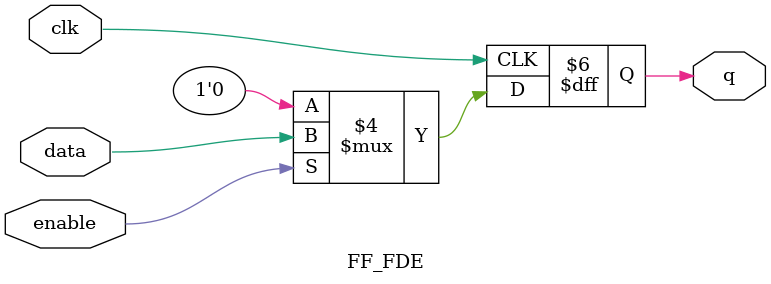
<source format=v>
`timescale 1ns / 1ps
module FF_FDE(
	 input clk,
	 input enable,
	 input data,
	 output reg q
    );
	 
	 always@(posedge clk)
	 begin
		if(!enable) q <= 1'b0;
		else			q <= data;
	 end
	 


endmodule

</source>
